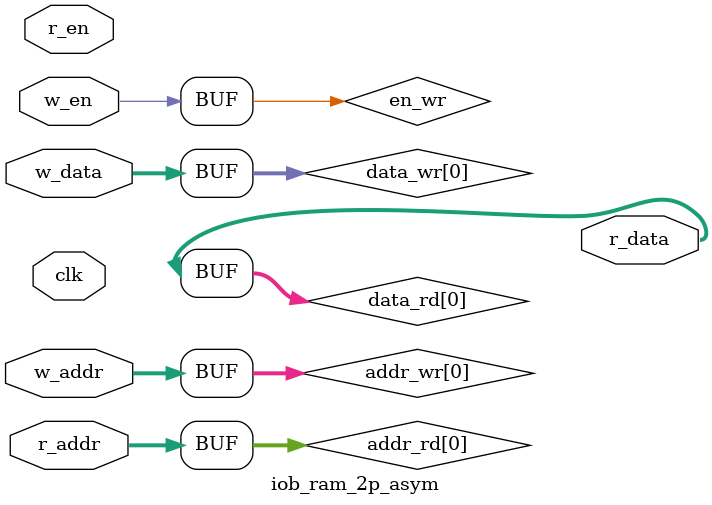
<source format=v>
`timescale 1ns / 1ps
`define iob_max(a,b) {(a) > (b) ? (a) : (b)}
`define min(a,b) {(a) < (b) ? (a) : (b)}

module iob_ram_2p_asym
  #(
    parameter
    W_DATA_W = 0,
    R_DATA_W = 0,
    ADDR_W = 0,//higher ADDR_W (lower DATA_W)
    //determine W_ADDR_W and R_ADDR_W
    MAXDATA_W = `iob_max(W_DATA_W, R_DATA_W),
    MINDATA_W = `min(W_DATA_W, R_DATA_W),
    MINADDR_W = ADDR_W-$clog2(MAXDATA_W/MINDATA_W),//lower ADDR_W (higher DATA_W)
    W_ADDR_W = (W_DATA_W == MAXDATA_W) ? MINADDR_W : ADDR_W,
    R_ADDR_W = (R_DATA_W == MAXDATA_W) ? MINADDR_W : ADDR_W
    )
   (
    input                     clk,
    //write port
    input                     w_en,
    input [W_DATA_W-1:0]      w_data,
    input [W_ADDR_W-1:0]      w_addr,
    //read port
    input                     r_en,
    input [R_ADDR_W-1:0]      r_addr,
    output reg [R_DATA_W-1:0] r_data
    );

   //determine the number of blocks N
   localparam N = MAXDATA_W/MINDATA_W;



   //symmetric memory block buses
   //write buses
   reg [N-1:0]                en_wr;
   reg [MINDATA_W-1:0]        data_wr [N-1:0];
   reg [MINADDR_W-1:0]        addr_wr [N-1:0];

   //read buses
   wire [MINDATA_W-1:0]       data_rd [N-1:0];
   reg [MINADDR_W-1:0]        addr_rd [N-1:0];

   //instantiate N symmetric RAM blocks and connect them to the buses
   genvar                 i;
   generate
      for (i=0; i<N; i=i+1) begin : iob_2p_ram_inst
         iob_ram_2p
             #(
               .DATA_W(MINDATA_W),
               .ADDR_W(MINADDR_W)
               )
         iob_ram_2p_inst
             (
              .clk(clk),
              .w_en(en_wr[i]),
              .w_addr(addr_wr[i]),
              .w_data(data_wr[i]),
              .r_en(r_en),
              .r_addr(addr_rd[i]),
              .r_data(data_rd[i])
              );

      end
   endgenerate

   integer j,k,l;
   generate

      if (W_DATA_W > R_DATA_W) begin

         //write parallel
         always @* begin
            for (j=0; j < N; j= j+1) begin
               en_wr[j] = w_en;
               data_wr[j] = w_data[j*MINDATA_W +: MINDATA_W];
               addr_wr[j] = w_addr;
            end
         end

         //read serial
         always @* begin
            for (k=0; k < N; k= k+1) begin
               addr_rd[k] = r_addr[R_ADDR_W-1-:W_ADDR_W];
            end
         end

         //read address register
         reg [R_ADDR_W-W_ADDR_W-1:0] r_addr_lsbs_reg;
         always @(posedge clk)
           if (r_en)
             r_addr_lsbs_reg <= r_addr[R_ADDR_W-W_ADDR_W-1:0];

         //read mux
         always @* begin
            r_data = 1'b0;
            for (l=0; l < N; l= l+1) begin
               r_data = data_rd[r_addr_lsbs_reg];
            end
         end

      end else  if (W_DATA_W < R_DATA_W) begin
         //write serial
         always @* begin
            for (j=0; j < N; j= j+1) begin
               en_wr[j] = w_en & (w_addr[W_ADDR_W-R_ADDR_W-1:0] == j);
               data_wr[j] = w_data;
               addr_wr[j] = w_addr[W_ADDR_W-1 -: R_ADDR_W];
            end
         end
         //read parallel
         always @* begin
            r_data = 1'b0;
            for (k=0; k < N; k= k+1) begin
               addr_rd[k] = r_addr;
               r_data[k*MINDATA_W +: MINDATA_W] = data_rd[k];
            end
         end

      end else begin //W_DATA_W = R_DATA_W
         //write serial
         always @* begin
            en_wr[0] = w_en;
            data_wr[0] = w_data;
            addr_wr[0] = w_addr;
         end
         //read parallel
         always @* begin
            addr_rd[0] = r_addr;
            r_data = data_rd[0];
         end
      end
   endgenerate
endmodule

</source>
